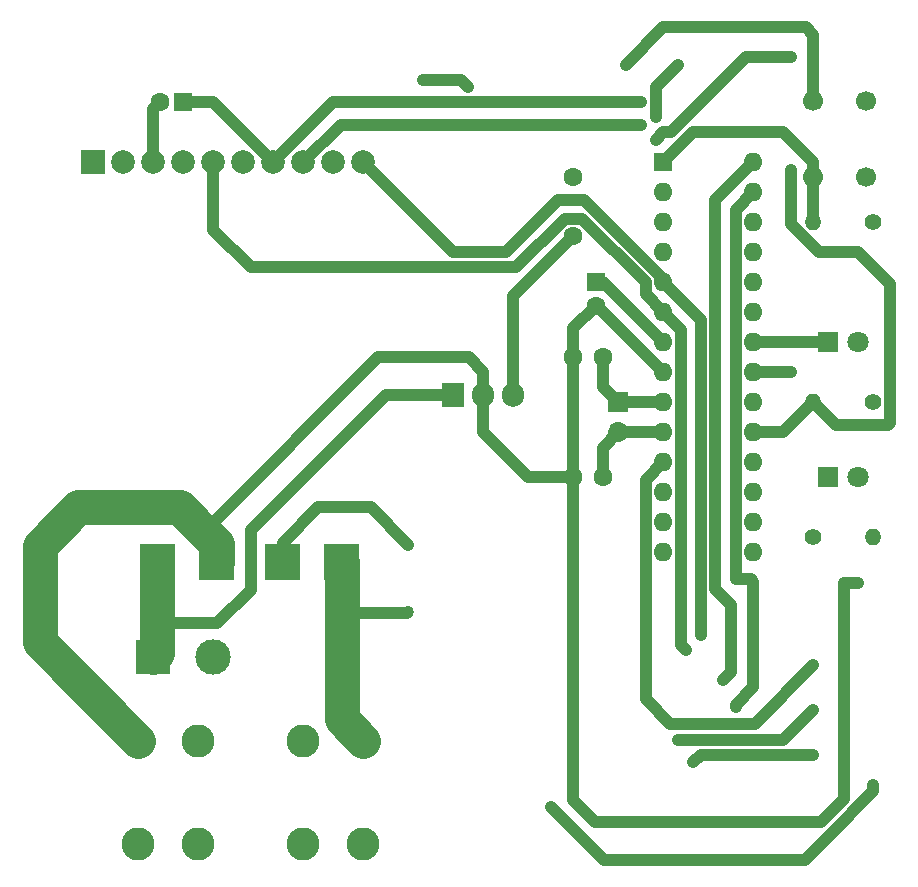
<source format=gbr>
%TF.GenerationSoftware,KiCad,Pcbnew,(5.1.6)-1*%
%TF.CreationDate,2020-09-25T14:13:56-07:00*%
%TF.ProjectId,Main Board,4d61696e-2042-46f6-9172-642e6b696361,rev?*%
%TF.SameCoordinates,Original*%
%TF.FileFunction,Copper,L2,Bot*%
%TF.FilePolarity,Positive*%
%FSLAX46Y46*%
G04 Gerber Fmt 4.6, Leading zero omitted, Abs format (unit mm)*
G04 Created by KiCad (PCBNEW (5.1.6)-1) date 2020-09-25 14:13:56*
%MOMM*%
%LPD*%
G01*
G04 APERTURE LIST*
%TA.AperFunction,ComponentPad*%
%ADD10C,1.600000*%
%TD*%
%TA.AperFunction,ComponentPad*%
%ADD11R,1.600000X1.600000*%
%TD*%
%TA.AperFunction,ComponentPad*%
%ADD12C,1.800000*%
%TD*%
%TA.AperFunction,ComponentPad*%
%ADD13R,1.800000X1.800000*%
%TD*%
%TA.AperFunction,ComponentPad*%
%ADD14R,3.000000X3.000000*%
%TD*%
%TA.AperFunction,ComponentPad*%
%ADD15C,3.000000*%
%TD*%
%TA.AperFunction,ComponentPad*%
%ADD16C,2.800000*%
%TD*%
%TA.AperFunction,ComponentPad*%
%ADD17C,0.100000*%
%TD*%
%TA.AperFunction,ComponentPad*%
%ADD18R,2.000000X2.000000*%
%TD*%
%TA.AperFunction,ComponentPad*%
%ADD19C,2.000000*%
%TD*%
%TA.AperFunction,ComponentPad*%
%ADD20C,1.400000*%
%TD*%
%TA.AperFunction,ComponentPad*%
%ADD21O,1.400000X1.400000*%
%TD*%
%TA.AperFunction,ComponentPad*%
%ADD22C,1.700000*%
%TD*%
%TA.AperFunction,ComponentPad*%
%ADD23R,1.905000X2.000000*%
%TD*%
%TA.AperFunction,ComponentPad*%
%ADD24O,1.905000X2.000000*%
%TD*%
%TA.AperFunction,ComponentPad*%
%ADD25O,1.600000X1.600000*%
%TD*%
%TA.AperFunction,ComponentPad*%
%ADD26R,1.700000X1.700000*%
%TD*%
%TA.AperFunction,ComponentPad*%
%ADD27O,1.700000X1.700000*%
%TD*%
%TA.AperFunction,ViaPad*%
%ADD28C,1.030000*%
%TD*%
%TA.AperFunction,Conductor*%
%ADD29C,3.000000*%
%TD*%
%TA.AperFunction,Conductor*%
%ADD30C,1.016000*%
%TD*%
G04 APERTURE END LIST*
D10*
%TO.P,C3,2*%
%TO.N,Net-(C3-Pad2)*%
X102830000Y-97790000D03*
%TO.P,C3,1*%
%TO.N,GND*%
X100330000Y-97790000D03*
%TD*%
%TO.P,C4,1*%
%TO.N,GND*%
X100330000Y-107950000D03*
%TO.P,C4,2*%
%TO.N,Net-(C4-Pad2)*%
X102830000Y-107950000D03*
%TD*%
%TO.P,C5,2*%
%TO.N,GND*%
X102235000Y-93440000D03*
D11*
%TO.P,C5,1*%
%TO.N,+5V*%
X102235000Y-91440000D03*
%TD*%
%TO.P,C6,1*%
%TO.N,CS*%
X67310000Y-76200000D03*
D10*
%TO.P,C6,2*%
%TO.N,GND*%
X65310000Y-76200000D03*
%TD*%
D12*
%TO.P,D1,2*%
%TO.N,Net-(D1-Pad2)*%
X124460000Y-107950000D03*
D13*
%TO.P,D1,1*%
%TO.N,GND*%
X121920000Y-107950000D03*
%TD*%
%TO.P,D2,1*%
%TO.N,GND*%
X121920000Y-96520000D03*
D12*
%TO.P,D2,2*%
%TO.N,Net-(D2-Pad2)*%
X124460000Y-96520000D03*
%TD*%
D14*
%TO.P,F1,1*%
%TO.N,+12V*%
X64770000Y-123190000D03*
D15*
%TO.P,F1,2*%
%TO.N,Net-(F1-Pad2)*%
X69850000Y-123190000D03*
%TD*%
D10*
%TO.P,F2,1*%
%TO.N,+5V*%
X100330000Y-82550000D03*
%TO.P,F2,2*%
%TO.N,Net-(C2-Pad1)*%
X100330000Y-87550000D03*
%TD*%
D16*
%TO.P,J1,4*%
%TO.N,GND*%
X63500000Y-130270000D03*
%TO.P,J1,3*%
%TO.N,Net-(F1-Pad2)*%
X68580000Y-130270000D03*
%TO.P,J1,2*%
%TO.N,GND*%
X63500000Y-138970000D03*
%TO.P,J1,1*%
%TO.N,Net-(F1-Pad2)*%
X68580000Y-138970000D03*
%TD*%
%TA.AperFunction,ComponentPad*%
D17*
%TO.P,J7,14*%
%TO.N,+12V*%
G36*
X63620000Y-116610000D02*
G01*
X63620000Y-113610000D01*
X66620000Y-113610000D01*
X66620000Y-116610000D01*
X63620000Y-116610000D01*
G37*
%TD.AperFunction*%
%TA.AperFunction,ComponentPad*%
%TO.P,J7,13*%
%TO.N,GND*%
G36*
X68620000Y-116610000D02*
G01*
X68620000Y-113610000D01*
X71620000Y-113610000D01*
X71620000Y-116610000D01*
X68620000Y-116610000D01*
G37*
%TD.AperFunction*%
%TA.AperFunction,ComponentPad*%
%TO.P,J7,12*%
%TO.N,Net-(J7-Pad12)*%
G36*
X74220000Y-116610000D02*
G01*
X74220000Y-113610000D01*
X77220000Y-113610000D01*
X77220000Y-116610000D01*
X74220000Y-116610000D01*
G37*
%TD.AperFunction*%
%TA.AperFunction,ComponentPad*%
%TO.P,J7,11*%
%TO.N,Net-(J7-Pad11)*%
G36*
X79220000Y-116610000D02*
G01*
X79220000Y-113610000D01*
X82220000Y-113610000D01*
X82220000Y-116610000D01*
X79220000Y-116610000D01*
G37*
%TD.AperFunction*%
D18*
%TO.P,J7,1*%
%TO.N,Net-(J7-Pad1)*%
X59690000Y-81280000D03*
D19*
%TO.P,J7,2*%
%TO.N,Net-(J7-Pad2)*%
X62230000Y-81280000D03*
%TO.P,J7,3*%
%TO.N,GND*%
X64770000Y-81280000D03*
%TO.P,J7,4*%
%TO.N,+5V*%
X67310000Y-81280000D03*
%TO.P,J7,5*%
%TO.N,MOTORB*%
X69850000Y-81280000D03*
%TO.P,J7,6*%
%TO.N,Net-(J7-Pad6)*%
X72390000Y-81280000D03*
%TO.P,J7,7*%
%TO.N,CS*%
X74930000Y-81280000D03*
%TO.P,J7,8*%
%TO.N,MOTORPWM*%
X77470000Y-81280000D03*
%TO.P,J7,9*%
%TO.N,Net-(J7-Pad9)*%
X80010000Y-81280000D03*
%TO.P,J7,10*%
%TO.N,MOTORA*%
X82550000Y-81280000D03*
%TD*%
D16*
%TO.P,J8,1*%
%TO.N,Net-(J7-Pad11)*%
X82550000Y-138970000D03*
%TO.P,J8,2*%
%TO.N,Net-(J7-Pad12)*%
X77470000Y-138970000D03*
%TO.P,J8,3*%
%TO.N,Net-(J7-Pad11)*%
X82550000Y-130270000D03*
%TO.P,J8,4*%
%TO.N,Net-(J7-Pad12)*%
X77470000Y-130270000D03*
%TD*%
D20*
%TO.P,R1,1*%
%TO.N,+5V*%
X125730000Y-86360000D03*
D21*
%TO.P,R1,2*%
%TO.N,RST*%
X120650000Y-86360000D03*
%TD*%
%TO.P,R2,2*%
%TO.N,Net-(D1-Pad2)*%
X125730000Y-113030000D03*
D20*
%TO.P,R2,1*%
%TO.N,+5V*%
X120650000Y-113030000D03*
%TD*%
%TO.P,R3,1*%
%TO.N,Net-(D2-Pad2)*%
X125730000Y-101600000D03*
D21*
%TO.P,R3,2*%
%TO.N,SCK*%
X120650000Y-101600000D03*
%TD*%
D22*
%TO.P,SW1,4*%
%TO.N,N/C*%
X125150000Y-76050000D03*
%TO.P,SW1,3*%
X125150000Y-82550000D03*
%TO.P,SW1,2*%
%TO.N,GND*%
X120650000Y-76050000D03*
%TO.P,SW1,1*%
%TO.N,RST*%
X120650000Y-82550000D03*
%TD*%
D23*
%TO.P,U1,1*%
%TO.N,+12V*%
X90170000Y-101015001D03*
D24*
%TO.P,U1,2*%
%TO.N,GND*%
X92710000Y-101015001D03*
%TO.P,U1,3*%
%TO.N,Net-(C2-Pad1)*%
X95250000Y-101015001D03*
%TD*%
D11*
%TO.P,U2,1*%
%TO.N,RST*%
X107950000Y-81280000D03*
D25*
%TO.P,U2,15*%
%TO.N,QB*%
X115570000Y-114300000D03*
%TO.P,U2,2*%
%TO.N,Net-(U2-Pad2)*%
X107950000Y-83820000D03*
%TO.P,U2,16*%
%TO.N,Net-(U2-Pad16)*%
X115570000Y-111760000D03*
%TO.P,U2,3*%
%TO.N,Net-(U2-Pad3)*%
X107950000Y-86360000D03*
%TO.P,U2,17*%
%TO.N,MOSI*%
X115570000Y-109220000D03*
%TO.P,U2,4*%
%TO.N,Net-(U2-Pad4)*%
X107950000Y-88900000D03*
%TO.P,U2,18*%
%TO.N,MISO*%
X115570000Y-106680000D03*
%TO.P,U2,5*%
%TO.N,MOTORA*%
X107950000Y-91440000D03*
%TO.P,U2,19*%
%TO.N,SCK*%
X115570000Y-104140000D03*
%TO.P,U2,6*%
%TO.N,MOTORB*%
X107950000Y-93980000D03*
%TO.P,U2,20*%
%TO.N,+5V*%
X115570000Y-101600000D03*
%TO.P,U2,7*%
X107950000Y-96520000D03*
%TO.P,U2,21*%
X115570000Y-99060000D03*
%TO.P,U2,8*%
%TO.N,GND*%
X107950000Y-99060000D03*
%TO.P,U2,22*%
X115570000Y-96520000D03*
%TO.P,U2,9*%
%TO.N,Net-(C3-Pad2)*%
X107950000Y-101600000D03*
%TO.P,U2,23*%
%TO.N,CS*%
X115570000Y-93980000D03*
%TO.P,U2,10*%
%TO.N,Net-(C4-Pad2)*%
X107950000Y-104140000D03*
%TO.P,U2,24*%
%TO.N,Net-(U2-Pad24)*%
X115570000Y-91440000D03*
%TO.P,U2,11*%
%TO.N,MOTORPWM*%
X107950000Y-106680000D03*
%TO.P,U2,25*%
%TO.N,Net-(U2-Pad25)*%
X115570000Y-88900000D03*
%TO.P,U2,12*%
%TO.N,Net-(U2-Pad12)*%
X107950000Y-109220000D03*
%TO.P,U2,26*%
%TO.N,Net-(U2-Pad26)*%
X115570000Y-86360000D03*
%TO.P,U2,13*%
%TO.N,Net-(U2-Pad13)*%
X107950000Y-111760000D03*
%TO.P,U2,27*%
%TO.N,SDA*%
X115570000Y-83820000D03*
%TO.P,U2,14*%
%TO.N,QA*%
X107950000Y-114300000D03*
%TO.P,U2,28*%
%TO.N,SCL*%
X115570000Y-81280000D03*
%TD*%
D26*
%TO.P,Y1,1*%
%TO.N,Net-(C3-Pad2)*%
X104140000Y-101600000D03*
D27*
%TO.P,Y1,2*%
%TO.N,Net-(C4-Pad2)*%
X104140000Y-104140000D03*
%TD*%
D28*
%TO.N,GND*%
X118110000Y-137160000D03*
X102201614Y-137160000D03*
X104775000Y-73025000D03*
X124406010Y-116893990D03*
%TO.N,+5V*%
X87630000Y-74295000D03*
X91440000Y-74930000D03*
X98425000Y-135856614D03*
X125730000Y-133985000D03*
X107315000Y-140335000D03*
X121885343Y-138395343D03*
X118745000Y-99060000D03*
%TO.N,MOSI*%
X118745000Y-72390000D03*
X107950000Y-78740000D03*
%TO.N,SCK*%
X118745000Y-81915000D03*
%TO.N,MISO*%
X107315000Y-77470000D03*
X109220000Y-73025000D03*
%TO.N,SCL*%
X113030000Y-125095000D03*
%TO.N,SDA*%
X114061999Y-127238001D03*
%TO.N,MOTORA*%
X111125000Y-121285000D03*
X120650000Y-131445000D03*
X110490000Y-132080000D03*
%TO.N,MOTORPWM*%
X106045000Y-78105000D03*
X120650000Y-123825000D03*
%TO.N,CS*%
X106045000Y-76200000D03*
%TO.N,MOTORB*%
X109855000Y-122555000D03*
X120650000Y-127635000D03*
X109220000Y-130175000D03*
%TO.N,Net-(J7-Pad12)*%
X86360000Y-113665000D03*
%TO.N,Net-(J7-Pad11)*%
X86360000Y-119380000D03*
%TD*%
D29*
%TO.N,GND*%
X55140010Y-121910010D02*
X63500000Y-130270000D01*
X67000000Y-110490000D02*
X58420000Y-110490000D01*
X58420000Y-110490000D02*
X55140010Y-113769990D01*
X70120000Y-115110000D02*
X70120000Y-113610000D01*
X55140010Y-113769990D02*
X55140010Y-121910010D01*
D30*
X68742500Y-112232500D02*
X69377500Y-112232500D01*
D29*
X68742500Y-112232500D02*
X67000000Y-110490000D01*
X70120000Y-113610000D02*
X68742500Y-112232500D01*
D30*
X69377500Y-112232500D02*
X83820000Y-97790000D01*
X92710000Y-98999001D02*
X92710000Y-101015001D01*
X91500999Y-97790000D02*
X92710000Y-98999001D01*
X83820000Y-97790000D02*
X91500999Y-97790000D01*
X64770000Y-76740000D02*
X65310000Y-76200000D01*
X64770000Y-81280000D02*
X64770000Y-76740000D01*
X92710000Y-101015001D02*
X92710000Y-104140000D01*
X96520000Y-107950000D02*
X100330000Y-107950000D01*
X92710000Y-104140000D02*
X96520000Y-107950000D01*
X100330000Y-107950000D02*
X100330000Y-97790000D01*
X100330000Y-95345000D02*
X102235000Y-93440000D01*
X100330000Y-97790000D02*
X100330000Y-95345000D01*
X102330000Y-93440000D02*
X107950000Y-99060000D01*
X102235000Y-93440000D02*
X102330000Y-93440000D01*
X115570000Y-96520000D02*
X121920000Y-96520000D01*
X118110000Y-137160000D02*
X121285000Y-137160000D01*
X123243990Y-135201010D02*
X123243990Y-116893990D01*
X121285000Y-137160000D02*
X123243990Y-135201010D01*
X102201614Y-137160000D02*
X118110000Y-137160000D01*
X100330000Y-135288386D02*
X102201614Y-137160000D01*
X100330000Y-107950000D02*
X100330000Y-135288386D01*
X104775000Y-73025000D02*
X104775000Y-73025000D01*
X107950000Y-69850000D02*
X104775000Y-73025000D01*
X120015000Y-69850000D02*
X107950000Y-69850000D01*
X120650000Y-76050000D02*
X120650000Y-70485000D01*
X120650000Y-70485000D02*
X120015000Y-69850000D01*
X123243990Y-116893990D02*
X124406010Y-116893990D01*
X124406010Y-116893990D02*
X124406010Y-116893990D01*
D29*
%TO.N,+12V*%
X65120000Y-122840000D02*
X64770000Y-123190000D01*
X65120000Y-120300000D02*
X65120000Y-122840000D01*
X65120000Y-115110000D02*
X65120000Y-120300000D01*
D30*
X84505001Y-101015001D02*
X90170000Y-101015001D01*
X70200000Y-120300000D02*
X73025000Y-117475000D01*
X73025000Y-112395000D02*
X84455000Y-100965000D01*
X65120000Y-120300000D02*
X70200000Y-120300000D01*
X73025000Y-117475000D02*
X73025000Y-112395000D01*
X84455000Y-100965000D02*
X84505001Y-101015001D01*
%TO.N,Net-(C2-Pad1)*%
X95250000Y-92630000D02*
X100330000Y-87550000D01*
X95250000Y-101015001D02*
X95250000Y-92630000D01*
%TO.N,Net-(C3-Pad2)*%
X102830000Y-100290000D02*
X104140000Y-101600000D01*
X102830000Y-97790000D02*
X102830000Y-100290000D01*
X104140000Y-101600000D02*
X107950000Y-101600000D01*
%TO.N,Net-(C4-Pad2)*%
X102830000Y-105450000D02*
X104140000Y-104140000D01*
X102830000Y-107950000D02*
X102830000Y-105450000D01*
X104140000Y-104140000D02*
X107950000Y-104140000D01*
%TO.N,+5V*%
X90805000Y-74295000D02*
X91440000Y-74930000D01*
X87630000Y-74295000D02*
X90805000Y-74295000D01*
X102870000Y-91440000D02*
X107950000Y-96520000D01*
X102235000Y-91440000D02*
X102870000Y-91440000D01*
X102903386Y-140335000D02*
X98425000Y-135856614D01*
X125730000Y-133985000D02*
X125730000Y-134550685D01*
X119945685Y-140335000D02*
X107315000Y-140335000D01*
X125730000Y-134550685D02*
X121885343Y-138395343D01*
X107315000Y-140335000D02*
X102903386Y-140335000D01*
X121885343Y-138395343D02*
X119945685Y-140335000D01*
X115570000Y-99060000D02*
X118745000Y-99060000D01*
X118745000Y-99060000D02*
X118745000Y-99060000D01*
%TO.N,MOSI*%
X114935000Y-72390000D02*
X118745000Y-72390000D01*
X108585000Y-78740000D02*
X114935000Y-72390000D01*
X108585000Y-78740000D02*
X107950000Y-78740000D01*
X107950000Y-78740000D02*
X107315000Y-79375000D01*
X107950000Y-78740000D02*
X107950000Y-78740000D01*
%TO.N,RST*%
X110490000Y-78740000D02*
X107950000Y-81280000D01*
X118110000Y-78740000D02*
X110490000Y-78740000D01*
X120650000Y-82550000D02*
X120650000Y-81280000D01*
X120650000Y-81280000D02*
X118110000Y-78740000D01*
X120650000Y-82550000D02*
X120650000Y-86360000D01*
%TO.N,SCK*%
X118110000Y-104140000D02*
X120650000Y-101600000D01*
X115570000Y-104140000D02*
X118110000Y-104140000D01*
X120650000Y-101600000D02*
X122555000Y-103505000D01*
X127138001Y-103366999D02*
X127138001Y-91578001D01*
X122555000Y-103505000D02*
X127000000Y-103505000D01*
X127000000Y-103505000D02*
X127138001Y-103366999D01*
X127138001Y-91578001D02*
X124460000Y-88900000D01*
X118745000Y-86538842D02*
X118745000Y-81915000D01*
X121106158Y-88900000D02*
X118745000Y-86538842D01*
X124460000Y-88900000D02*
X121106158Y-88900000D01*
%TO.N,MISO*%
X107315000Y-74930000D02*
X109220000Y-73025000D01*
X107315000Y-77470000D02*
X107315000Y-74930000D01*
%TO.N,SCL*%
X115570000Y-81280000D02*
X112341010Y-84508990D01*
X112341010Y-117421010D02*
X113665000Y-118745000D01*
X112341010Y-84508990D02*
X112341010Y-117421010D01*
X113665000Y-118745000D02*
X113665000Y-124460000D01*
X113665000Y-124460000D02*
X113030000Y-125095000D01*
%TO.N,SDA*%
X115570000Y-83820000D02*
X114061999Y-85328001D01*
X114061999Y-127238001D02*
X114061999Y-127396999D01*
X114061999Y-116601999D02*
X115331999Y-116601999D01*
X114061999Y-85328001D02*
X114061999Y-116601999D01*
X115331999Y-116601999D02*
X115570000Y-116840000D01*
X115570000Y-125730000D02*
X114061999Y-127238001D01*
X115570000Y-116840000D02*
X115570000Y-125730000D01*
%TO.N,MOTORA*%
X101273158Y-84455000D02*
X99060000Y-84455000D01*
X107950000Y-91440000D02*
X107950000Y-91131842D01*
X107950000Y-91131842D02*
X101273158Y-84455000D01*
X99060000Y-84455000D02*
X94615000Y-88900000D01*
X90170000Y-88900000D02*
X82550000Y-81280000D01*
X94615000Y-88900000D02*
X90170000Y-88900000D01*
X107950000Y-91440000D02*
X111125000Y-94615000D01*
X111125000Y-94615000D02*
X111125000Y-121285000D01*
X111125000Y-121285000D02*
X111125000Y-121285000D01*
X120650000Y-131445000D02*
X111125000Y-131445000D01*
X111125000Y-131445000D02*
X111125000Y-131445000D01*
X111125000Y-131445000D02*
X110490000Y-132080000D01*
%TO.N,MOTORPWM*%
X77470000Y-81280000D02*
X80645000Y-78105000D01*
X80645000Y-78105000D02*
X106045000Y-78105000D01*
X106045000Y-78105000D02*
X106045000Y-78105000D01*
X106441999Y-108188001D02*
X106441999Y-126761999D01*
X107950000Y-106680000D02*
X106441999Y-108188001D01*
X115677980Y-128797020D02*
X120650000Y-123825000D01*
X108477020Y-128797020D02*
X115677980Y-128797020D01*
X106441999Y-126761999D02*
X108477020Y-128797020D01*
%TO.N,CS*%
X69850000Y-76200000D02*
X74930000Y-81280000D01*
X67310000Y-76200000D02*
X69850000Y-76200000D01*
X74930000Y-81280000D02*
X80010000Y-76200000D01*
X80010000Y-76200000D02*
X106045000Y-76200000D01*
X106045000Y-76200000D02*
X106045000Y-76200000D01*
%TO.N,MOTORB*%
X106441999Y-92471999D02*
X107950000Y-93980000D01*
X106441999Y-91430157D02*
X106441999Y-92471999D01*
X101053841Y-86041999D02*
X106441999Y-91430157D01*
X69850000Y-86995000D02*
X73025000Y-90170000D01*
X69850000Y-81280000D02*
X69850000Y-86995000D01*
X73025000Y-90170000D02*
X95478158Y-90170000D01*
X95478158Y-90170000D02*
X99606159Y-86041999D01*
X99606159Y-86041999D02*
X101053841Y-86041999D01*
X109458001Y-95488001D02*
X109458001Y-122158001D01*
X107950000Y-93980000D02*
X109458001Y-95488001D01*
X109458001Y-122158001D02*
X109855000Y-122555000D01*
X109855000Y-122555000D02*
X109855000Y-122555000D01*
X120650000Y-127635000D02*
X118110000Y-130175000D01*
X118110000Y-130175000D02*
X109220000Y-130175000D01*
X109220000Y-130175000D02*
X109220000Y-130175000D01*
%TO.N,Net-(J7-Pad12)*%
X75720000Y-115110000D02*
X75720000Y-113510000D01*
X75720000Y-113510000D02*
X78740000Y-110490000D01*
X78740000Y-110490000D02*
X83185000Y-110490000D01*
X83185000Y-110490000D02*
X86360000Y-113665000D01*
D29*
%TO.N,Net-(J7-Pad11)*%
X80720000Y-128440000D02*
X82550000Y-130270000D01*
X80720000Y-119455000D02*
X80720000Y-128440000D01*
D30*
X80720000Y-119455000D02*
X86285000Y-119455000D01*
D29*
X80720000Y-115110000D02*
X80720000Y-119455000D01*
%TD*%
M02*

</source>
